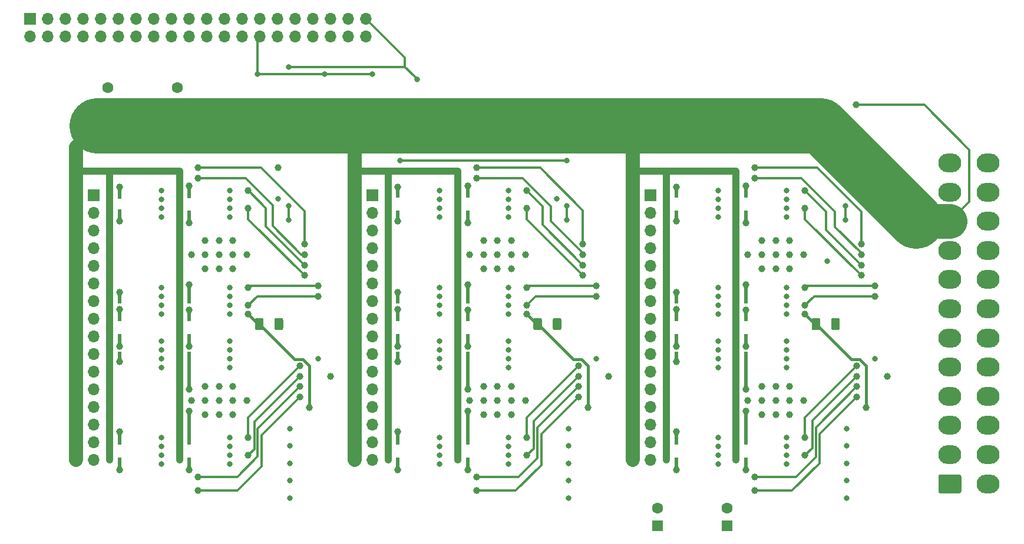
<source format=gbr>
%TF.GenerationSoftware,KiCad,Pcbnew,(5.1.6)-1*%
%TF.CreationDate,2020-07-03T16:53:40+09:00*%
%TF.ProjectId,PWM-PCA9685,50574d2d-5043-4413-9936-38352e6b6963,rev?*%
%TF.SameCoordinates,Original*%
%TF.FileFunction,Copper,L2,Bot*%
%TF.FilePolarity,Positive*%
%FSLAX46Y46*%
G04 Gerber Fmt 4.6, Leading zero omitted, Abs format (unit mm)*
G04 Created by KiCad (PCBNEW (5.1.6)-1) date 2020-07-03 16:53:40*
%MOMM*%
%LPD*%
G01*
G04 APERTURE LIST*
%TA.AperFunction,ComponentPad*%
%ADD10C,1.600000*%
%TD*%
%TA.AperFunction,ComponentPad*%
%ADD11R,1.600000X1.600000*%
%TD*%
%TA.AperFunction,ComponentPad*%
%ADD12O,1.700000X1.700000*%
%TD*%
%TA.AperFunction,ComponentPad*%
%ADD13R,1.700000X1.700000*%
%TD*%
%TA.AperFunction,SMDPad,CuDef*%
%ADD14R,0.600000X0.700000*%
%TD*%
%TA.AperFunction,ComponentPad*%
%ADD15O,3.300000X2.700000*%
%TD*%
%TA.AperFunction,ViaPad*%
%ADD16C,1.000000*%
%TD*%
%TA.AperFunction,ViaPad*%
%ADD17C,0.800000*%
%TD*%
%TA.AperFunction,Conductor*%
%ADD18C,0.400000*%
%TD*%
%TA.AperFunction,Conductor*%
%ADD19C,2.000000*%
%TD*%
%TA.AperFunction,Conductor*%
%ADD20C,1.000000*%
%TD*%
%TA.AperFunction,Conductor*%
%ADD21C,0.500000*%
%TD*%
%TA.AperFunction,Conductor*%
%ADD22C,8.000000*%
%TD*%
%TA.AperFunction,Conductor*%
%ADD23C,5.000000*%
%TD*%
%TA.AperFunction,Conductor*%
%ADD24C,0.300000*%
%TD*%
G04 APERTURE END LIST*
%TO.P,C7,2*%
%TO.N,GND*%
%TA.AperFunction,SMDPad,CuDef*%
G36*
G01*
X139950000Y-71625000D02*
X139950000Y-70375000D01*
G75*
G02*
X140200000Y-70125000I250000J0D01*
G01*
X140950000Y-70125000D01*
G75*
G02*
X141200000Y-70375000I0J-250000D01*
G01*
X141200000Y-71625000D01*
G75*
G02*
X140950000Y-71875000I-250000J0D01*
G01*
X140200000Y-71875000D01*
G75*
G02*
X139950000Y-71625000I0J250000D01*
G01*
G37*
%TD.AperFunction*%
%TO.P,C7,1*%
%TO.N,+5V*%
%TA.AperFunction,SMDPad,CuDef*%
G36*
G01*
X137150000Y-71625000D02*
X137150000Y-70375000D01*
G75*
G02*
X137400000Y-70125000I250000J0D01*
G01*
X138150000Y-70125000D01*
G75*
G02*
X138400000Y-70375000I0J-250000D01*
G01*
X138400000Y-71625000D01*
G75*
G02*
X138150000Y-71875000I-250000J0D01*
G01*
X137400000Y-71875000D01*
G75*
G02*
X137150000Y-71625000I0J250000D01*
G01*
G37*
%TD.AperFunction*%
%TD*%
%TO.P,C6,2*%
%TO.N,GND*%
%TA.AperFunction,SMDPad,CuDef*%
G36*
G01*
X99950000Y-71625000D02*
X99950000Y-70375000D01*
G75*
G02*
X100200000Y-70125000I250000J0D01*
G01*
X100950000Y-70125000D01*
G75*
G02*
X101200000Y-70375000I0J-250000D01*
G01*
X101200000Y-71625000D01*
G75*
G02*
X100950000Y-71875000I-250000J0D01*
G01*
X100200000Y-71875000D01*
G75*
G02*
X99950000Y-71625000I0J250000D01*
G01*
G37*
%TD.AperFunction*%
%TO.P,C6,1*%
%TO.N,+5V*%
%TA.AperFunction,SMDPad,CuDef*%
G36*
G01*
X97150000Y-71625000D02*
X97150000Y-70375000D01*
G75*
G02*
X97400000Y-70125000I250000J0D01*
G01*
X98150000Y-70125000D01*
G75*
G02*
X98400000Y-70375000I0J-250000D01*
G01*
X98400000Y-71625000D01*
G75*
G02*
X98150000Y-71875000I-250000J0D01*
G01*
X97400000Y-71875000D01*
G75*
G02*
X97150000Y-71625000I0J250000D01*
G01*
G37*
%TD.AperFunction*%
%TD*%
%TO.P,C5,2*%
%TO.N,GND*%
%TA.AperFunction,SMDPad,CuDef*%
G36*
G01*
X59950000Y-71625000D02*
X59950000Y-70375000D01*
G75*
G02*
X60200000Y-70125000I250000J0D01*
G01*
X60950000Y-70125000D01*
G75*
G02*
X61200000Y-70375000I0J-250000D01*
G01*
X61200000Y-71625000D01*
G75*
G02*
X60950000Y-71875000I-250000J0D01*
G01*
X60200000Y-71875000D01*
G75*
G02*
X59950000Y-71625000I0J250000D01*
G01*
G37*
%TD.AperFunction*%
%TO.P,C5,1*%
%TO.N,+5V*%
%TA.AperFunction,SMDPad,CuDef*%
G36*
G01*
X57150000Y-71625000D02*
X57150000Y-70375000D01*
G75*
G02*
X57400000Y-70125000I250000J0D01*
G01*
X58150000Y-70125000D01*
G75*
G02*
X58400000Y-70375000I0J-250000D01*
G01*
X58400000Y-71625000D01*
G75*
G02*
X58150000Y-71875000I-250000J0D01*
G01*
X57400000Y-71875000D01*
G75*
G02*
X57150000Y-71625000I0J250000D01*
G01*
G37*
%TD.AperFunction*%
%TD*%
D10*
%TO.P,C4,2*%
%TO.N,GND*%
X46000000Y-37000000D03*
D11*
%TO.P,C4,1*%
%TO.N,+12V*%
X46000000Y-39500000D03*
%TD*%
D10*
%TO.P,C3,2*%
%TO.N,GND*%
X36000000Y-37000000D03*
D11*
%TO.P,C3,1*%
%TO.N,+12V*%
X36000000Y-39500000D03*
%TD*%
D10*
%TO.P,C2,2*%
%TO.N,GND*%
X125000000Y-97500000D03*
D11*
%TO.P,C2,1*%
%TO.N,+5V*%
X125000000Y-100000000D03*
%TD*%
D10*
%TO.P,C1,2*%
%TO.N,GND*%
X115000000Y-97500000D03*
D11*
%TO.P,C1,1*%
%TO.N,+5V*%
X115000000Y-100000000D03*
%TD*%
D12*
%TO.P,J4,39*%
%TO.N,GND*%
X73130000Y-29620000D03*
%TO.P,J4,40*%
%TO.N,~OE*%
X73130000Y-27080000D03*
%TO.P,J4,37*%
%TO.N,Net-(J4-Pad37)*%
X70590000Y-29620000D03*
%TO.P,J4,38*%
%TO.N,Net-(J4-Pad38)*%
X70590000Y-27080000D03*
%TO.P,J4,35*%
%TO.N,Net-(J4-Pad35)*%
X68050000Y-29620000D03*
%TO.P,J4,36*%
%TO.N,Net-(J4-Pad36)*%
X68050000Y-27080000D03*
%TO.P,J4,33*%
%TO.N,Net-(J4-Pad33)*%
X65510000Y-29620000D03*
%TO.P,J4,34*%
%TO.N,GND*%
X65510000Y-27080000D03*
%TO.P,J4,31*%
%TO.N,Net-(J4-Pad31)*%
X62970000Y-29620000D03*
%TO.P,J4,32*%
%TO.N,Net-(J4-Pad32)*%
X62970000Y-27080000D03*
%TO.P,J4,29*%
%TO.N,Net-(J4-Pad29)*%
X60430000Y-29620000D03*
%TO.P,J4,30*%
%TO.N,GND*%
X60430000Y-27080000D03*
%TO.P,J4,27*%
%TO.N,SDA*%
X57890000Y-29620000D03*
%TO.P,J4,28*%
%TO.N,SCL*%
X57890000Y-27080000D03*
%TO.P,J4,25*%
%TO.N,GND*%
X55350000Y-29620000D03*
%TO.P,J4,26*%
%TO.N,Net-(J4-Pad26)*%
X55350000Y-27080000D03*
%TO.P,J4,23*%
%TO.N,Net-(J4-Pad23)*%
X52810000Y-29620000D03*
%TO.P,J4,24*%
%TO.N,Net-(J4-Pad24)*%
X52810000Y-27080000D03*
%TO.P,J4,21*%
%TO.N,Net-(J4-Pad21)*%
X50270000Y-29620000D03*
%TO.P,J4,22*%
%TO.N,Net-(J4-Pad22)*%
X50270000Y-27080000D03*
%TO.P,J4,19*%
%TO.N,Net-(J4-Pad19)*%
X47730000Y-29620000D03*
%TO.P,J4,20*%
%TO.N,GND*%
X47730000Y-27080000D03*
%TO.P,J4,17*%
%TO.N,Net-(J4-Pad17)*%
X45190000Y-29620000D03*
%TO.P,J4,18*%
%TO.N,Net-(J4-Pad18)*%
X45190000Y-27080000D03*
%TO.P,J4,15*%
%TO.N,Net-(J4-Pad15)*%
X42650000Y-29620000D03*
%TO.P,J4,16*%
%TO.N,Net-(J4-Pad16)*%
X42650000Y-27080000D03*
%TO.P,J4,13*%
%TO.N,Net-(J4-Pad13)*%
X40110000Y-29620000D03*
%TO.P,J4,14*%
%TO.N,GND*%
X40110000Y-27080000D03*
%TO.P,J4,11*%
%TO.N,Net-(J4-Pad11)*%
X37570000Y-29620000D03*
%TO.P,J4,12*%
%TO.N,Net-(J4-Pad12)*%
X37570000Y-27080000D03*
%TO.P,J4,9*%
%TO.N,GND*%
X35030000Y-29620000D03*
%TO.P,J4,10*%
%TO.N,Net-(J4-Pad10)*%
X35030000Y-27080000D03*
%TO.P,J4,7*%
%TO.N,Net-(J4-Pad7)*%
X32490000Y-29620000D03*
%TO.P,J4,8*%
%TO.N,Net-(J4-Pad8)*%
X32490000Y-27080000D03*
%TO.P,J4,5*%
%TO.N,Net-(J4-Pad5)*%
X29950000Y-29620000D03*
%TO.P,J4,6*%
%TO.N,GND*%
X29950000Y-27080000D03*
%TO.P,J4,3*%
%TO.N,Net-(J4-Pad3)*%
X27410000Y-29620000D03*
%TO.P,J4,4*%
%TO.N,Net-(J4-Pad4)*%
X27410000Y-27080000D03*
%TO.P,J4,1*%
%TO.N,Net-(J4-Pad1)*%
X24870000Y-29620000D03*
D13*
%TO.P,J4,2*%
%TO.N,Net-(J4-Pad2)*%
X24870000Y-27080000D03*
%TD*%
D12*
%TO.P,J1,17*%
%TO.N,+12V*%
X31460000Y-90550000D03*
%TO.P,J1,1*%
%TO.N,/D0*%
X34000000Y-90550000D03*
%TO.P,J1,18*%
%TO.N,+12V*%
X31460000Y-88010000D03*
%TO.P,J1,2*%
%TO.N,/D1*%
X34000000Y-88010000D03*
%TO.P,J1,19*%
%TO.N,+12V*%
X31460000Y-85470000D03*
%TO.P,J1,3*%
%TO.N,/D2*%
X34000000Y-85470000D03*
%TO.P,J1,20*%
%TO.N,+12V*%
X31460000Y-82930000D03*
%TO.P,J1,4*%
%TO.N,/D3*%
X34000000Y-82930000D03*
%TO.P,J1,21*%
%TO.N,+12V*%
X31460000Y-80390000D03*
%TO.P,J1,5*%
%TO.N,/D4*%
X34000000Y-80390000D03*
%TO.P,J1,22*%
%TO.N,+12V*%
X31460000Y-77850000D03*
%TO.P,J1,6*%
%TO.N,/D5*%
X34000000Y-77850000D03*
%TO.P,J1,23*%
%TO.N,+12V*%
X31460000Y-75310000D03*
%TO.P,J1,7*%
%TO.N,/D6*%
X34000000Y-75310000D03*
%TO.P,J1,24*%
%TO.N,+12V*%
X31460000Y-72770000D03*
%TO.P,J1,8*%
%TO.N,/D7*%
X34000000Y-72770000D03*
%TO.P,J1,25*%
%TO.N,+12V*%
X31460000Y-70230000D03*
%TO.P,J1,9*%
%TO.N,/D8*%
X34000000Y-70230000D03*
%TO.P,J1,26*%
%TO.N,+12V*%
X31460000Y-67690000D03*
%TO.P,J1,10*%
%TO.N,/D9*%
X34000000Y-67690000D03*
%TO.P,J1,27*%
%TO.N,+12V*%
X31460000Y-65150000D03*
%TO.P,J1,11*%
%TO.N,/D10*%
X34000000Y-65150000D03*
%TO.P,J1,28*%
%TO.N,+12V*%
X31460000Y-62610000D03*
%TO.P,J1,12*%
%TO.N,/D11*%
X34000000Y-62610000D03*
%TO.P,J1,29*%
%TO.N,+12V*%
X31460000Y-60070000D03*
%TO.P,J1,13*%
%TO.N,/D12*%
X34000000Y-60070000D03*
%TO.P,J1,30*%
%TO.N,+12V*%
X31460000Y-57530000D03*
%TO.P,J1,14*%
%TO.N,/D13*%
X34000000Y-57530000D03*
%TO.P,J1,31*%
%TO.N,+12V*%
X31460000Y-54990000D03*
%TO.P,J1,15*%
%TO.N,/D14*%
X34000000Y-54990000D03*
%TO.P,J1,32*%
%TO.N,+12V*%
X31460000Y-52450000D03*
D13*
%TO.P,J1,16*%
%TO.N,/D15*%
X34000000Y-52450000D03*
%TD*%
D12*
%TO.P,J2,17*%
%TO.N,+12V*%
X71460000Y-90550000D03*
%TO.P,J2,1*%
%TO.N,/D16*%
X74000000Y-90550000D03*
%TO.P,J2,18*%
%TO.N,+12V*%
X71460000Y-88010000D03*
%TO.P,J2,2*%
%TO.N,/D17*%
X74000000Y-88010000D03*
%TO.P,J2,19*%
%TO.N,+12V*%
X71460000Y-85470000D03*
%TO.P,J2,3*%
%TO.N,/D18*%
X74000000Y-85470000D03*
%TO.P,J2,20*%
%TO.N,+12V*%
X71460000Y-82930000D03*
%TO.P,J2,4*%
%TO.N,/D19*%
X74000000Y-82930000D03*
%TO.P,J2,21*%
%TO.N,+12V*%
X71460000Y-80390000D03*
%TO.P,J2,5*%
%TO.N,/D20*%
X74000000Y-80390000D03*
%TO.P,J2,22*%
%TO.N,+12V*%
X71460000Y-77850000D03*
%TO.P,J2,6*%
%TO.N,/D21*%
X74000000Y-77850000D03*
%TO.P,J2,23*%
%TO.N,+12V*%
X71460000Y-75310000D03*
%TO.P,J2,7*%
%TO.N,/D22*%
X74000000Y-75310000D03*
%TO.P,J2,24*%
%TO.N,+12V*%
X71460000Y-72770000D03*
%TO.P,J2,8*%
%TO.N,/D23*%
X74000000Y-72770000D03*
%TO.P,J2,25*%
%TO.N,+12V*%
X71460000Y-70230000D03*
%TO.P,J2,9*%
%TO.N,/D24*%
X74000000Y-70230000D03*
%TO.P,J2,26*%
%TO.N,+12V*%
X71460000Y-67690000D03*
%TO.P,J2,10*%
%TO.N,/D25*%
X74000000Y-67690000D03*
%TO.P,J2,27*%
%TO.N,+12V*%
X71460000Y-65150000D03*
%TO.P,J2,11*%
%TO.N,/D26*%
X74000000Y-65150000D03*
%TO.P,J2,28*%
%TO.N,+12V*%
X71460000Y-62610000D03*
%TO.P,J2,12*%
%TO.N,/D27*%
X74000000Y-62610000D03*
%TO.P,J2,29*%
%TO.N,+12V*%
X71460000Y-60070000D03*
%TO.P,J2,13*%
%TO.N,/D28*%
X74000000Y-60070000D03*
%TO.P,J2,30*%
%TO.N,+12V*%
X71460000Y-57530000D03*
%TO.P,J2,14*%
%TO.N,/D29*%
X74000000Y-57530000D03*
%TO.P,J2,31*%
%TO.N,+12V*%
X71460000Y-54990000D03*
%TO.P,J2,15*%
%TO.N,/D30*%
X74000000Y-54990000D03*
%TO.P,J2,32*%
%TO.N,+12V*%
X71460000Y-52450000D03*
D13*
%TO.P,J2,16*%
%TO.N,/D31*%
X74000000Y-52450000D03*
%TD*%
D12*
%TO.P,J3,17*%
%TO.N,+12V*%
X111460000Y-90550000D03*
%TO.P,J3,1*%
%TO.N,/D32*%
X114000000Y-90550000D03*
%TO.P,J3,18*%
%TO.N,+12V*%
X111460000Y-88010000D03*
%TO.P,J3,2*%
%TO.N,/D33*%
X114000000Y-88010000D03*
%TO.P,J3,19*%
%TO.N,+12V*%
X111460000Y-85470000D03*
%TO.P,J3,3*%
%TO.N,/D34*%
X114000000Y-85470000D03*
%TO.P,J3,20*%
%TO.N,+12V*%
X111460000Y-82930000D03*
%TO.P,J3,4*%
%TO.N,/D35*%
X114000000Y-82930000D03*
%TO.P,J3,21*%
%TO.N,+12V*%
X111460000Y-80390000D03*
%TO.P,J3,5*%
%TO.N,/D36*%
X114000000Y-80390000D03*
%TO.P,J3,22*%
%TO.N,+12V*%
X111460000Y-77850000D03*
%TO.P,J3,6*%
%TO.N,/D37*%
X114000000Y-77850000D03*
%TO.P,J3,23*%
%TO.N,+12V*%
X111460000Y-75310000D03*
%TO.P,J3,7*%
%TO.N,/D38*%
X114000000Y-75310000D03*
%TO.P,J3,24*%
%TO.N,+12V*%
X111460000Y-72770000D03*
%TO.P,J3,8*%
%TO.N,/D39*%
X114000000Y-72770000D03*
%TO.P,J3,25*%
%TO.N,+12V*%
X111460000Y-70230000D03*
%TO.P,J3,9*%
%TO.N,/D40*%
X114000000Y-70230000D03*
%TO.P,J3,26*%
%TO.N,+12V*%
X111460000Y-67690000D03*
%TO.P,J3,10*%
%TO.N,/D41*%
X114000000Y-67690000D03*
%TO.P,J3,27*%
%TO.N,+12V*%
X111460000Y-65150000D03*
%TO.P,J3,11*%
%TO.N,/D42*%
X114000000Y-65150000D03*
%TO.P,J3,28*%
%TO.N,+12V*%
X111460000Y-62610000D03*
%TO.P,J3,12*%
%TO.N,/D43*%
X114000000Y-62610000D03*
%TO.P,J3,29*%
%TO.N,+12V*%
X111460000Y-60070000D03*
%TO.P,J3,13*%
%TO.N,/D44*%
X114000000Y-60070000D03*
%TO.P,J3,30*%
%TO.N,+12V*%
X111460000Y-57530000D03*
%TO.P,J3,14*%
%TO.N,/D45*%
X114000000Y-57530000D03*
%TO.P,J3,31*%
%TO.N,+12V*%
X111460000Y-54990000D03*
%TO.P,J3,15*%
%TO.N,/D46*%
X114000000Y-54990000D03*
%TO.P,J3,32*%
%TO.N,+12V*%
X111460000Y-52450000D03*
D13*
%TO.P,J3,16*%
%TO.N,/D47*%
X114000000Y-52450000D03*
%TD*%
D14*
%TO.P,D38,1*%
%TO.N,+12V*%
X126300000Y-72770000D03*
%TO.P,D38,2*%
%TO.N,/D37*%
X127700000Y-72770000D03*
%TD*%
D15*
%TO.P,J5,24*%
%TO.N,GND*%
X162500000Y-47800000D03*
%TO.P,J5,23*%
%TO.N,Net-(J5-Pad23)*%
X162500000Y-52000000D03*
%TO.P,J5,22*%
%TO.N,Net-(J5-Pad22)*%
X162500000Y-56200000D03*
%TO.P,J5,21*%
%TO.N,Net-(J5-Pad21)*%
X162500000Y-60400000D03*
%TO.P,J5,20*%
%TO.N,Net-(J5-Pad20)*%
X162500000Y-64600000D03*
%TO.P,J5,19*%
%TO.N,GND*%
X162500000Y-68800000D03*
%TO.P,J5,18*%
X162500000Y-73000000D03*
%TO.P,J5,17*%
X162500000Y-77200000D03*
%TO.P,J5,16*%
%TO.N,Net-(J5-Pad16)*%
X162500000Y-81400000D03*
%TO.P,J5,15*%
%TO.N,GND*%
X162500000Y-85600000D03*
%TO.P,J5,14*%
%TO.N,Net-(J5-Pad14)*%
X162500000Y-89800000D03*
%TO.P,J5,13*%
%TO.N,Net-(J5-Pad13)*%
X162500000Y-94000000D03*
%TO.P,J5,12*%
%TO.N,Net-(J5-Pad12)*%
X157000000Y-47800000D03*
%TO.P,J5,11*%
%TO.N,Net-(J5-Pad11)*%
X157000000Y-52000000D03*
%TO.P,J5,10*%
%TO.N,+12V*%
X157000000Y-56200000D03*
%TO.P,J5,9*%
%TO.N,Net-(J5-Pad9)*%
X157000000Y-60400000D03*
%TO.P,J5,8*%
%TO.N,Net-(J5-Pad8)*%
X157000000Y-64600000D03*
%TO.P,J5,7*%
%TO.N,Net-(J5-Pad7)*%
X157000000Y-68800000D03*
%TO.P,J5,6*%
%TO.N,Net-(J5-Pad6)*%
X157000000Y-73000000D03*
%TO.P,J5,5*%
%TO.N,GND*%
X157000000Y-77200000D03*
%TO.P,J5,4*%
%TO.N,+5V*%
X157000000Y-81400000D03*
%TO.P,J5,3*%
%TO.N,GND*%
X157000000Y-85600000D03*
%TO.P,J5,2*%
%TO.N,Net-(J5-Pad2)*%
X157000000Y-89800000D03*
%TO.P,J5,1*%
%TO.N,Net-(J5-Pad1)*%
%TA.AperFunction,ComponentPad*%
G36*
G01*
X158399999Y-95350000D02*
X155600001Y-95350000D01*
G75*
G02*
X155350000Y-95099999I0J250001D01*
G01*
X155350000Y-92900001D01*
G75*
G02*
X155600001Y-92650000I250001J0D01*
G01*
X158399999Y-92650000D01*
G75*
G02*
X158650000Y-92900001I0J-250001D01*
G01*
X158650000Y-95099999D01*
G75*
G02*
X158399999Y-95350000I-250001J0D01*
G01*
G37*
%TD.AperFunction*%
%TD*%
D14*
%TO.P,D48,1*%
%TO.N,+12V*%
X116300000Y-52450000D03*
%TO.P,D48,2*%
%TO.N,/D47*%
X117700000Y-52450000D03*
%TD*%
%TO.P,D47,1*%
%TO.N,+12V*%
X116300000Y-54990000D03*
%TO.P,D47,2*%
%TO.N,/D46*%
X117700000Y-54990000D03*
%TD*%
%TO.P,D46,1*%
%TO.N,+12V*%
X126300000Y-52450000D03*
%TO.P,D46,2*%
%TO.N,/D45*%
X127700000Y-52450000D03*
%TD*%
%TO.P,D45,1*%
%TO.N,+12V*%
X126300000Y-54990000D03*
%TO.P,D45,2*%
%TO.N,/D44*%
X127700000Y-54990000D03*
%TD*%
%TO.P,D44,1*%
%TO.N,+12V*%
X126300000Y-67690000D03*
%TO.P,D44,2*%
%TO.N,/D43*%
X127700000Y-67690000D03*
%TD*%
%TO.P,D43,1*%
%TO.N,+12V*%
X126300000Y-70230000D03*
%TO.P,D43,2*%
%TO.N,/D42*%
X127700000Y-70230000D03*
%TD*%
%TO.P,D42,1*%
%TO.N,+12V*%
X116300000Y-67690000D03*
%TO.P,D42,2*%
%TO.N,/D41*%
X117700000Y-67690000D03*
%TD*%
%TO.P,D41,1*%
%TO.N,+12V*%
X116300000Y-70230000D03*
%TO.P,D41,2*%
%TO.N,/D40*%
X117700000Y-70230000D03*
%TD*%
%TO.P,D40,1*%
%TO.N,+12V*%
X116300000Y-72770000D03*
%TO.P,D40,2*%
%TO.N,/D39*%
X117700000Y-72770000D03*
%TD*%
%TO.P,D39,1*%
%TO.N,+12V*%
X116300000Y-75310000D03*
%TO.P,D39,2*%
%TO.N,/D38*%
X117700000Y-75310000D03*
%TD*%
%TO.P,D37,1*%
%TO.N,+12V*%
X126300000Y-75310000D03*
%TO.P,D37,2*%
%TO.N,/D36*%
X127700000Y-75310000D03*
%TD*%
%TO.P,D36,1*%
%TO.N,+12V*%
X126300000Y-88010000D03*
%TO.P,D36,2*%
%TO.N,/D35*%
X127700000Y-88010000D03*
%TD*%
%TO.P,D35,1*%
%TO.N,+12V*%
X126300000Y-90550000D03*
%TO.P,D35,2*%
%TO.N,/D34*%
X127700000Y-90550000D03*
%TD*%
%TO.P,D34,1*%
%TO.N,+12V*%
X116300000Y-88010000D03*
%TO.P,D34,2*%
%TO.N,/D33*%
X117700000Y-88010000D03*
%TD*%
%TO.P,D33,1*%
%TO.N,+12V*%
X116300000Y-90550000D03*
%TO.P,D33,2*%
%TO.N,/D32*%
X117700000Y-90550000D03*
%TD*%
%TO.P,D32,1*%
%TO.N,+12V*%
X76300000Y-52450000D03*
%TO.P,D32,2*%
%TO.N,/D31*%
X77700000Y-52450000D03*
%TD*%
%TO.P,D31,1*%
%TO.N,+12V*%
X76300000Y-54990000D03*
%TO.P,D31,2*%
%TO.N,/D30*%
X77700000Y-54990000D03*
%TD*%
%TO.P,D30,1*%
%TO.N,+12V*%
X86300000Y-52450000D03*
%TO.P,D30,2*%
%TO.N,/D29*%
X87700000Y-52450000D03*
%TD*%
%TO.P,D29,1*%
%TO.N,+12V*%
X86300000Y-54990000D03*
%TO.P,D29,2*%
%TO.N,/D28*%
X87700000Y-54990000D03*
%TD*%
%TO.P,D28,1*%
%TO.N,+12V*%
X86300000Y-67690000D03*
%TO.P,D28,2*%
%TO.N,/D27*%
X87700000Y-67690000D03*
%TD*%
%TO.P,D27,1*%
%TO.N,+12V*%
X86300000Y-70230000D03*
%TO.P,D27,2*%
%TO.N,/D26*%
X87700000Y-70230000D03*
%TD*%
%TO.P,D26,1*%
%TO.N,+12V*%
X76300000Y-67690000D03*
%TO.P,D26,2*%
%TO.N,/D25*%
X77700000Y-67690000D03*
%TD*%
%TO.P,D25,1*%
%TO.N,+12V*%
X76300000Y-70230000D03*
%TO.P,D25,2*%
%TO.N,/D24*%
X77700000Y-70230000D03*
%TD*%
%TO.P,D24,1*%
%TO.N,+12V*%
X76300000Y-72770000D03*
%TO.P,D24,2*%
%TO.N,/D23*%
X77700000Y-72770000D03*
%TD*%
%TO.P,D23,1*%
%TO.N,+12V*%
X76300000Y-75310000D03*
%TO.P,D23,2*%
%TO.N,/D22*%
X77700000Y-75310000D03*
%TD*%
%TO.P,D22,1*%
%TO.N,+12V*%
X86300000Y-72770000D03*
%TO.P,D22,2*%
%TO.N,/D21*%
X87700000Y-72770000D03*
%TD*%
%TO.P,D21,1*%
%TO.N,+12V*%
X86300000Y-75310000D03*
%TO.P,D21,2*%
%TO.N,/D20*%
X87700000Y-75310000D03*
%TD*%
%TO.P,D20,1*%
%TO.N,+12V*%
X86300000Y-88010000D03*
%TO.P,D20,2*%
%TO.N,/D19*%
X87700000Y-88010000D03*
%TD*%
%TO.P,D19,1*%
%TO.N,+12V*%
X86300000Y-90550000D03*
%TO.P,D19,2*%
%TO.N,/D18*%
X87700000Y-90550000D03*
%TD*%
%TO.P,D18,1*%
%TO.N,+12V*%
X76300000Y-88010000D03*
%TO.P,D18,2*%
%TO.N,/D17*%
X77700000Y-88010000D03*
%TD*%
%TO.P,D17,1*%
%TO.N,+12V*%
X76300000Y-90550000D03*
%TO.P,D17,2*%
%TO.N,/D16*%
X77700000Y-90550000D03*
%TD*%
%TO.P,D16,1*%
%TO.N,+12V*%
X36300000Y-52590000D03*
%TO.P,D16,2*%
%TO.N,/D15*%
X37700000Y-52590000D03*
%TD*%
%TO.P,D15,1*%
%TO.N,+12V*%
X36300000Y-54850000D03*
%TO.P,D15,2*%
%TO.N,/D14*%
X37700000Y-54850000D03*
%TD*%
%TO.P,D14,1*%
%TO.N,+12V*%
X46300000Y-52500000D03*
%TO.P,D14,2*%
%TO.N,/D13*%
X47700000Y-52500000D03*
%TD*%
%TO.P,D13,1*%
%TO.N,+12V*%
X46300000Y-54980000D03*
%TO.P,D13,2*%
%TO.N,/D12*%
X47700000Y-54980000D03*
%TD*%
%TO.P,D12,1*%
%TO.N,+12V*%
X46300000Y-67690000D03*
%TO.P,D12,2*%
%TO.N,/D11*%
X47700000Y-67690000D03*
%TD*%
%TO.P,D11,1*%
%TO.N,+12V*%
X46300000Y-70230000D03*
%TO.P,D11,2*%
%TO.N,/D10*%
X47700000Y-70230000D03*
%TD*%
%TO.P,D10,1*%
%TO.N,+12V*%
X36300000Y-67690000D03*
%TO.P,D10,2*%
%TO.N,/D9*%
X37700000Y-67690000D03*
%TD*%
%TO.P,D9,1*%
%TO.N,+12V*%
X36300000Y-70230000D03*
%TO.P,D9,2*%
%TO.N,/D8*%
X37700000Y-70230000D03*
%TD*%
%TO.P,D8,1*%
%TO.N,+12V*%
X36300000Y-72770000D03*
%TO.P,D8,2*%
%TO.N,/D7*%
X37700000Y-72770000D03*
%TD*%
%TO.P,D7,1*%
%TO.N,+12V*%
X36300000Y-75310000D03*
%TO.P,D7,2*%
%TO.N,/D6*%
X37700000Y-75310000D03*
%TD*%
%TO.P,D6,1*%
%TO.N,+12V*%
X46300000Y-72770000D03*
%TO.P,D6,2*%
%TO.N,/D5*%
X47700000Y-72770000D03*
%TD*%
%TO.P,D5,1*%
%TO.N,+12V*%
X46300000Y-75310000D03*
%TO.P,D5,2*%
%TO.N,/D4*%
X47700000Y-75310000D03*
%TD*%
%TO.P,D4,1*%
%TO.N,+12V*%
X46300000Y-88010000D03*
%TO.P,D4,2*%
%TO.N,/D3*%
X47700000Y-88010000D03*
%TD*%
%TO.P,D3,1*%
%TO.N,+12V*%
X46300000Y-90550000D03*
%TO.P,D3,2*%
%TO.N,/D2*%
X47700000Y-90550000D03*
%TD*%
%TO.P,D2,1*%
%TO.N,+12V*%
X36300000Y-88010000D03*
%TO.P,D2,2*%
%TO.N,/D1*%
X37700000Y-88010000D03*
%TD*%
%TO.P,D1,1*%
%TO.N,+12V*%
X36300000Y-90550000D03*
%TO.P,D1,2*%
%TO.N,/D0*%
X37700000Y-90550000D03*
%TD*%
D16*
%TO.N,GND*%
X50000000Y-82000000D03*
X50000000Y-61000000D03*
X52000000Y-61000000D03*
X54000000Y-61000000D03*
X56000000Y-61000000D03*
D17*
%TO.N,~OE*%
X78000000Y-47500000D03*
%TO.N,GND*%
X60500000Y-53000000D03*
X66225000Y-76000000D03*
X43700000Y-65775000D03*
X43700000Y-67045000D03*
X43700000Y-68315000D03*
X43700000Y-69585000D03*
X53550000Y-69585000D03*
X53550000Y-68315000D03*
X53550000Y-67045000D03*
X53550000Y-65775000D03*
X43700000Y-87375000D03*
X43700000Y-89915000D03*
X53550000Y-89915000D03*
X53550000Y-87375000D03*
X43700000Y-75955000D03*
X43700000Y-73415000D03*
X53550000Y-73415000D03*
X53550000Y-75955000D03*
X43700000Y-74685000D03*
X43700000Y-77225000D03*
X43700000Y-88645000D03*
X43700000Y-91185000D03*
X53550000Y-91185000D03*
X53550000Y-88645000D03*
X53550000Y-77225000D03*
X53550000Y-74685000D03*
X43700000Y-55625000D03*
X43700000Y-54355000D03*
X43700000Y-53085000D03*
X43700000Y-51815000D03*
X53550000Y-51815000D03*
X53550000Y-53085000D03*
X53550000Y-54355000D03*
X53550000Y-55625000D03*
X83700000Y-91185000D03*
X83700000Y-89915000D03*
X83700000Y-88645000D03*
X83700000Y-87375000D03*
X83700000Y-77225000D03*
X83700000Y-75955000D03*
X83700000Y-74685000D03*
X83700000Y-73415000D03*
X83700000Y-69585000D03*
X83700000Y-68315000D03*
X83700000Y-67045000D03*
X83700000Y-65775000D03*
X83700000Y-55625000D03*
X83700000Y-54355000D03*
X83700000Y-53085000D03*
X83700000Y-51815000D03*
X93550000Y-91185000D03*
X93550000Y-89915000D03*
X93550000Y-88645000D03*
X93550000Y-87375000D03*
X133550000Y-77225000D03*
X93550000Y-75955000D03*
X93550000Y-74685000D03*
X93550000Y-73415000D03*
X93550000Y-69585000D03*
X93550000Y-68315000D03*
X93550000Y-67045000D03*
X93550000Y-65775000D03*
X93550000Y-55625000D03*
X93550000Y-54355000D03*
X93550000Y-53085000D03*
X93550000Y-51815000D03*
X123700000Y-51815000D03*
X123700000Y-53085000D03*
X123700000Y-54355000D03*
X123700000Y-55625000D03*
X123700000Y-65775000D03*
X123700000Y-67045000D03*
X123700000Y-68315000D03*
X123700000Y-69585000D03*
X123700000Y-73415000D03*
X123700000Y-74685000D03*
X123700000Y-75955000D03*
X123700000Y-77225000D03*
X123700000Y-87375000D03*
X123700000Y-88645000D03*
X123700000Y-89915000D03*
X123700000Y-91185000D03*
X133550000Y-51815000D03*
X133550000Y-53085000D03*
X133550000Y-54355000D03*
X133550000Y-55625000D03*
X133550000Y-65775000D03*
X133550000Y-67045000D03*
X133550000Y-68315000D03*
X133550000Y-69585000D03*
X133550000Y-73415000D03*
X133550000Y-74685000D03*
X133550000Y-75955000D03*
X93550000Y-77225000D03*
X133550000Y-87375000D03*
X133550000Y-88645000D03*
X133550000Y-89915000D03*
X133550000Y-91185000D03*
X142187500Y-86050000D03*
X142187500Y-88550000D03*
X142187500Y-91050000D03*
X142187500Y-93550000D03*
X142187500Y-96050000D03*
X102187500Y-86050000D03*
X102187500Y-88550000D03*
X102187500Y-91050000D03*
X102187500Y-93550000D03*
X102187500Y-96050000D03*
X62187500Y-86050000D03*
X62187500Y-88550000D03*
X62187500Y-91050000D03*
X62187500Y-93550000D03*
X62187500Y-96050000D03*
X106225000Y-76000000D03*
X146225000Y-76000000D03*
X100500000Y-53000000D03*
X139390000Y-61900000D03*
D16*
X48000000Y-61000000D03*
X48000000Y-82000000D03*
X52000000Y-82000000D03*
X54000000Y-82000000D03*
X56000000Y-82000000D03*
X88000000Y-61000000D03*
X90000000Y-61000000D03*
X92000000Y-61000000D03*
X94000000Y-61000000D03*
X96000000Y-61000000D03*
X88000000Y-82000000D03*
X90000000Y-82000000D03*
X92000000Y-82000000D03*
X94000000Y-82000000D03*
X96000000Y-82000000D03*
X128000000Y-61000000D03*
X130000000Y-61000000D03*
X132000000Y-61000000D03*
X134000000Y-61000000D03*
X136000000Y-61000000D03*
X128000000Y-82000000D03*
X130000000Y-82000000D03*
X132000000Y-82000000D03*
X134000000Y-82000000D03*
X136000000Y-82000000D03*
X52000000Y-59000000D03*
X52000000Y-63000000D03*
X52000000Y-80000000D03*
X52000000Y-84000000D03*
X92000000Y-80000000D03*
X92000000Y-84000000D03*
X92000000Y-59000000D03*
X92000000Y-63000000D03*
X132000000Y-59000000D03*
X132000000Y-63000000D03*
X132000000Y-80000000D03*
X132000000Y-84000000D03*
X130000000Y-59000000D03*
X134000000Y-59000000D03*
X134000000Y-63000000D03*
X130000000Y-63000000D03*
X130000000Y-80000000D03*
X134000000Y-80000000D03*
X134000000Y-84000000D03*
X130000000Y-84000000D03*
X90000000Y-80000000D03*
X90000000Y-84000000D03*
X94000000Y-80000000D03*
X94000000Y-84000000D03*
X94000000Y-59000000D03*
X90000000Y-59000000D03*
X90000000Y-63000000D03*
X94000000Y-63000000D03*
X54000000Y-59000000D03*
X50000000Y-59000000D03*
X50000000Y-63000000D03*
X54000000Y-63000000D03*
X50000000Y-80000000D03*
X54000000Y-80000000D03*
X54000000Y-84000000D03*
X50000000Y-84000000D03*
X60500000Y-48500000D03*
%TO.N,+5V*%
X65000000Y-83000000D03*
X56200000Y-69585000D03*
X96200000Y-69585000D03*
X136200000Y-69585000D03*
X105000000Y-83000000D03*
X145000000Y-83000000D03*
%TO.N,+12V*%
X143510000Y-39450000D03*
%TO.N,/D0*%
X37700000Y-92000000D03*
%TO.N,/D1*%
X37700000Y-86500000D03*
%TO.N,/D2*%
X47700000Y-92000000D03*
%TO.N,/D3*%
X47700000Y-83517500D03*
%TO.N,/D4*%
X47700000Y-80390000D03*
%TO.N,/D5*%
X47700000Y-74205000D03*
%TO.N,/D6*%
X37700000Y-76435000D03*
%TO.N,/D7*%
X37700000Y-74205000D03*
%TO.N,/D8*%
X37700000Y-68900000D03*
%TO.N,/D9*%
X37700000Y-66400000D03*
%TO.N,/D10*%
X47700000Y-69000000D03*
%TO.N,/D11*%
X47700000Y-65340978D03*
%TO.N,/D12*%
X47700000Y-56460000D03*
%TO.N,/D13*%
X47700000Y-51120000D03*
%TO.N,/D14*%
X37700000Y-56170000D03*
%TO.N,/D15*%
X37700000Y-51310000D03*
%TO.N,/D16*%
X77700000Y-92000000D03*
%TO.N,/D17*%
X77700000Y-86500000D03*
%TO.N,/D18*%
X87700000Y-92000000D03*
%TO.N,/D19*%
X87700000Y-83517500D03*
%TO.N,/D20*%
X87700000Y-80390000D03*
%TO.N,/D21*%
X87700000Y-74205000D03*
%TO.N,/D22*%
X77700000Y-76435000D03*
%TO.N,/D23*%
X77700000Y-74205000D03*
%TO.N,/D24*%
X77700000Y-68900000D03*
%TO.N,/D25*%
X77700000Y-66400000D03*
%TO.N,/D26*%
X87700000Y-69000000D03*
%TO.N,/D27*%
X87700000Y-65340978D03*
%TO.N,/D28*%
X87700000Y-56460000D03*
%TO.N,/D29*%
X87700000Y-51120000D03*
%TO.N,/D30*%
X77700000Y-56170000D03*
%TO.N,/D31*%
X77700000Y-51310000D03*
%TO.N,/D32*%
X117700000Y-92000000D03*
%TO.N,/D33*%
X117700000Y-86500000D03*
%TO.N,/D34*%
X127700000Y-92000000D03*
%TO.N,/D35*%
X127700000Y-83517500D03*
%TO.N,/D36*%
X127700000Y-80390000D03*
%TO.N,/D37*%
X127700000Y-74205000D03*
%TO.N,/D38*%
X117700000Y-76435000D03*
%TO.N,/D39*%
X117700000Y-74205000D03*
%TO.N,/D40*%
X117700000Y-68900000D03*
%TO.N,/D41*%
X117700000Y-66400000D03*
%TO.N,/D42*%
X127700000Y-69000000D03*
%TO.N,/D43*%
X127700000Y-65340978D03*
%TO.N,/D44*%
X127700000Y-56460000D03*
%TO.N,/D45*%
X127700000Y-51120000D03*
%TO.N,/D46*%
X117700000Y-56170000D03*
%TO.N,/D47*%
X117700000Y-51310000D03*
D17*
%TO.N,SDA*%
X57500000Y-35000000D03*
X74040000Y-35000000D03*
X67140000Y-35000000D03*
D16*
%TO.N,/A15*%
X68000000Y-78500000D03*
%TO.N,/A25*%
X108000000Y-78500000D03*
%TO.N,/A35*%
X148000000Y-78500000D03*
%TO.N,PWM1*%
X49000000Y-93000000D03*
X63625000Y-80000000D03*
%TO.N,PWM0*%
X49000000Y-95000000D03*
X63625000Y-81500000D03*
%TO.N,PWM3*%
X56200000Y-87375000D03*
X63625000Y-77000000D03*
%TO.N,PWM2*%
X56200000Y-89915000D03*
X63625000Y-78500000D03*
%TO.N,PWM11*%
X66225000Y-65500000D03*
X56200000Y-65775000D03*
%TO.N,PWM10*%
X66225000Y-67000000D03*
X56200000Y-68315000D03*
%TO.N,PWM13*%
X64275000Y-62500000D03*
X56200000Y-51815000D03*
%TO.N,PWM12*%
X64275000Y-64000000D03*
X56200000Y-54355000D03*
%TO.N,PWM15*%
X49000000Y-48500000D03*
X64275000Y-59500000D03*
%TO.N,PWM14*%
X49000000Y-50000000D03*
X64275000Y-61000000D03*
%TO.N,PWM17*%
X103625000Y-80000000D03*
X89000000Y-93000000D03*
%TO.N,PWM16*%
X103625000Y-81500000D03*
X89000000Y-95000000D03*
%TO.N,PWM19*%
X103625000Y-77000000D03*
X96200000Y-87375000D03*
%TO.N,PWM18*%
X103625000Y-78500000D03*
X96200000Y-89915000D03*
%TO.N,PWM27*%
X106225000Y-65500000D03*
X96200000Y-65775000D03*
%TO.N,PWM26*%
X106225000Y-67000000D03*
X96200000Y-68315000D03*
%TO.N,PWM29*%
X96200000Y-51815000D03*
X104275000Y-62500000D03*
%TO.N,PWM28*%
X96200000Y-54355000D03*
X104275000Y-64000000D03*
%TO.N,PWM31*%
X89000000Y-48500000D03*
X104275000Y-59500000D03*
%TO.N,PWM30*%
X104275000Y-61000000D03*
X89000000Y-50000000D03*
%TO.N,PWM33*%
X143625000Y-80000000D03*
X129000000Y-93000000D03*
%TO.N,PWM32*%
X129000000Y-95000000D03*
X143625000Y-81500000D03*
%TO.N,PWM35*%
X136200000Y-87375000D03*
X143625000Y-77000000D03*
%TO.N,PWM34*%
X143625000Y-78500000D03*
X136200000Y-89915000D03*
%TO.N,PWM43*%
X146225000Y-65500000D03*
X136200000Y-65775000D03*
%TO.N,PWM42*%
X146225000Y-67000000D03*
X136200000Y-68315000D03*
%TO.N,PWM45*%
X144275000Y-62500000D03*
X136200000Y-51815000D03*
%TO.N,PWM44*%
X144275000Y-64000000D03*
X136200000Y-54355000D03*
%TO.N,PWM47*%
X144275000Y-59500000D03*
X129000000Y-48500000D03*
%TO.N,PWM46*%
X129000000Y-50000000D03*
X144275000Y-61000000D03*
D17*
%TO.N,~OE*%
X62000000Y-34000000D03*
X62000000Y-54000000D03*
X142000000Y-56000000D03*
X62000000Y-56000000D03*
X142000000Y-54000000D03*
X102000000Y-56000000D03*
X102000000Y-47500000D03*
X102000000Y-54000000D03*
X80489998Y-35780000D03*
%TD*%
D18*
%TO.N,+5V*%
X145000000Y-77042998D02*
X145000000Y-83000000D01*
X144057001Y-76099999D02*
X145000000Y-77042998D01*
X137775000Y-70400000D02*
X137775000Y-70875000D01*
X65000000Y-77042998D02*
X65000000Y-83000000D01*
X64057001Y-76099999D02*
X65000000Y-77042998D01*
X103474999Y-76099999D02*
X104057001Y-76099999D01*
X104057001Y-76099999D02*
X105000000Y-77042998D01*
X105000000Y-77042998D02*
X105000000Y-83000000D01*
X57615000Y-71000000D02*
X56200000Y-69585000D01*
X57775000Y-71000000D02*
X57615000Y-71000000D01*
X64057001Y-76099999D02*
X62879999Y-76099999D01*
X62879999Y-76099999D02*
X57780000Y-71000000D01*
X103474999Y-76099999D02*
X102879999Y-76099999D01*
X102879999Y-76099999D02*
X97780000Y-71000000D01*
X97615000Y-71000000D02*
X96200000Y-69585000D01*
X97775000Y-71000000D02*
X97615000Y-71000000D01*
X137615000Y-71000000D02*
X136200000Y-69585000D01*
X137775000Y-71000000D02*
X137615000Y-71000000D01*
X144057001Y-76099999D02*
X142879999Y-76099999D01*
X142879999Y-76099999D02*
X137780000Y-71000000D01*
D19*
%TO.N,+12V*%
X31460000Y-90550000D02*
X31460000Y-52450000D01*
D20*
X36300000Y-52590000D02*
X36300000Y-90550000D01*
X46300000Y-52500000D02*
X46300000Y-90550000D01*
X86300000Y-52450000D02*
X86300000Y-73280002D01*
X86300000Y-73280002D02*
X86300000Y-90550000D01*
D19*
X71460000Y-52450000D02*
X71460000Y-90550000D01*
D20*
X116300000Y-52450000D02*
X116300000Y-90550000D01*
X126300000Y-52450000D02*
X126300000Y-90550000D01*
X126300000Y-52450000D02*
X126300000Y-49000000D01*
X116300000Y-52450000D02*
X116300000Y-49110000D01*
X116300000Y-49110000D02*
X116410000Y-49000000D01*
X126300000Y-49000000D02*
X116410000Y-49000000D01*
X116410000Y-49000000D02*
X111460000Y-49000000D01*
D19*
X111460000Y-52450000D02*
X111460000Y-42500000D01*
D20*
X111460000Y-49000000D02*
X111460000Y-52450000D01*
D19*
X111460000Y-52450000D02*
X111460000Y-90550000D01*
X31450000Y-52440000D02*
X31460000Y-52450000D01*
D20*
X76410000Y-49000000D02*
X71460000Y-49000000D01*
X86300000Y-49000000D02*
X76410000Y-49000000D01*
X76300000Y-52450000D02*
X76300000Y-49110000D01*
X86300000Y-52450000D02*
X86300000Y-49000000D01*
X36410000Y-49000000D02*
X31460000Y-49000000D01*
X46300000Y-49000000D02*
X36410000Y-49000000D01*
X36300000Y-52590000D02*
X36300000Y-49110000D01*
X46300000Y-52500000D02*
X46300000Y-49000000D01*
D21*
X145810000Y-51330000D02*
X146000000Y-51140000D01*
X146000000Y-51140000D02*
X146000000Y-51140000D01*
D22*
X138450000Y-42500000D02*
X111360000Y-42500000D01*
D23*
X157000000Y-56200000D02*
X152150000Y-56200000D01*
D22*
X152150000Y-56200000D02*
X138450000Y-42500000D01*
D19*
X71460000Y-52450000D02*
X71460000Y-42740000D01*
D22*
X111360000Y-42500000D02*
X71220000Y-42500000D01*
D20*
X76300000Y-52450000D02*
X76300000Y-90550000D01*
D22*
X71220000Y-42500000D02*
X34500000Y-42500000D01*
D19*
X31460000Y-45540000D02*
X34500000Y-42500000D01*
X31460000Y-52450000D02*
X31460000Y-45540000D01*
D24*
X159790000Y-45920000D02*
X153320000Y-39450000D01*
X157000000Y-56200000D02*
X159790000Y-53410000D01*
X153320000Y-39450000D02*
X143510000Y-39450000D01*
X159790000Y-53410000D02*
X159790000Y-45920000D01*
D21*
%TO.N,/D0*%
X37700000Y-90550000D02*
X37700000Y-92000000D01*
%TO.N,/D1*%
X37700000Y-88010000D02*
X37700000Y-86500000D01*
%TO.N,/D2*%
X47700000Y-90550000D02*
X47700000Y-92000000D01*
%TO.N,/D3*%
X47700000Y-88010000D02*
X47700000Y-83517500D01*
%TO.N,/D4*%
X47700000Y-75310000D02*
X47700000Y-80390000D01*
%TO.N,/D5*%
X47700000Y-72770000D02*
X47700000Y-74205000D01*
%TO.N,/D6*%
X37700000Y-75310000D02*
X37700000Y-76435000D01*
%TO.N,/D7*%
X37700000Y-72770000D02*
X37700000Y-74205000D01*
%TO.N,/D8*%
X37700000Y-70230000D02*
X37700000Y-68900000D01*
%TO.N,/D9*%
X37700000Y-67690000D02*
X37700000Y-66400000D01*
%TO.N,/D10*%
X47700000Y-70230000D02*
X47700000Y-69000000D01*
%TO.N,/D11*%
X47700000Y-67690000D02*
X47700000Y-65340978D01*
%TO.N,/D12*%
X47700000Y-54980000D02*
X47700000Y-56460000D01*
%TO.N,/D13*%
X47700000Y-52500000D02*
X47700000Y-51120000D01*
%TO.N,/D14*%
X37700000Y-54850000D02*
X37700000Y-56170000D01*
%TO.N,/D15*%
X37700000Y-52590000D02*
X37700000Y-51310000D01*
%TO.N,/D16*%
X77700000Y-90550000D02*
X77700000Y-92000000D01*
%TO.N,/D17*%
X77700000Y-88010000D02*
X77700000Y-86500000D01*
%TO.N,/D18*%
X87700000Y-90550000D02*
X87700000Y-92000000D01*
%TO.N,/D19*%
X87700000Y-88010000D02*
X87700000Y-83517500D01*
%TO.N,/D20*%
X87700000Y-75310000D02*
X87700000Y-80390000D01*
%TO.N,/D21*%
X87700000Y-72770000D02*
X87700000Y-74205000D01*
%TO.N,/D22*%
X77700000Y-75310000D02*
X77700000Y-76435000D01*
%TO.N,/D23*%
X77700000Y-72770000D02*
X77700000Y-74205000D01*
%TO.N,/D24*%
X77700000Y-70230000D02*
X77700000Y-68900000D01*
%TO.N,/D25*%
X77700000Y-67690000D02*
X77700000Y-66400000D01*
%TO.N,/D26*%
X87700000Y-70230000D02*
X87700000Y-69000000D01*
%TO.N,/D27*%
X87700000Y-67690000D02*
X87700000Y-65340978D01*
%TO.N,/D28*%
X87700000Y-54990000D02*
X87700000Y-56460000D01*
%TO.N,/D29*%
X87700000Y-52450000D02*
X87700000Y-51120000D01*
%TO.N,/D30*%
X77700000Y-54990000D02*
X77700000Y-56170000D01*
%TO.N,/D31*%
X77700000Y-52450000D02*
X77700000Y-51310000D01*
%TO.N,/D32*%
X117700000Y-90550000D02*
X117700000Y-92000000D01*
%TO.N,/D33*%
X117700000Y-88010000D02*
X117700000Y-86500000D01*
%TO.N,/D34*%
X127700000Y-90550000D02*
X127700000Y-92000000D01*
%TO.N,/D35*%
X127700000Y-88010000D02*
X127700000Y-83517500D01*
%TO.N,/D36*%
X127700000Y-75310000D02*
X127700000Y-80390000D01*
%TO.N,/D37*%
X127700000Y-72770000D02*
X127700000Y-74205000D01*
%TO.N,/D38*%
X117700000Y-75310000D02*
X117700000Y-76435000D01*
%TO.N,/D39*%
X117700000Y-72770000D02*
X117700000Y-74205000D01*
%TO.N,/D40*%
X117700000Y-70230000D02*
X117700000Y-68900000D01*
%TO.N,/D41*%
X117700000Y-67690000D02*
X117700000Y-66400000D01*
%TO.N,/D42*%
X127700000Y-70230000D02*
X127700000Y-69000000D01*
%TO.N,/D43*%
X127700000Y-67690000D02*
X127700000Y-65340978D01*
%TO.N,/D44*%
X127700000Y-54990000D02*
X127700000Y-56460000D01*
%TO.N,/D45*%
X127700000Y-52450000D02*
X127700000Y-51120000D01*
%TO.N,/D46*%
X117700000Y-54990000D02*
X117700000Y-56170000D01*
%TO.N,/D47*%
X117700000Y-52450000D02*
X117700000Y-51310000D01*
D24*
%TO.N,SDA*%
X74040000Y-35000000D02*
X67140000Y-35000000D01*
X57500000Y-35000000D02*
X67140000Y-35000000D01*
X57500000Y-35000000D02*
X57500000Y-30010000D01*
X57500000Y-30010000D02*
X57890000Y-29620000D01*
%TO.N,PWM1*%
X49000000Y-93000000D02*
X54625000Y-93000000D01*
X57550009Y-90074991D02*
X54625000Y-93000000D01*
X57550009Y-86074991D02*
X57550009Y-90074991D01*
X63625000Y-80000000D02*
X57550009Y-86074991D01*
%TO.N,PWM0*%
X58100000Y-91525000D02*
X54625000Y-95000000D01*
X54625000Y-95000000D02*
X49000000Y-95000000D01*
X58100000Y-87025000D02*
X58100000Y-91525000D01*
X63625000Y-81500000D02*
X58100000Y-87025000D01*
%TO.N,PWM3*%
X56200000Y-84425000D02*
X63625000Y-77000000D01*
X56200000Y-87375000D02*
X56200000Y-84425000D01*
%TO.N,PWM2*%
X57050001Y-89064999D02*
X56200000Y-89915000D01*
X57050001Y-85074999D02*
X57050001Y-89064999D01*
X63625000Y-78500000D02*
X57050001Y-85074999D01*
%TO.N,PWM11*%
X56475000Y-65500000D02*
X56200000Y-65775000D01*
X66225000Y-65500000D02*
X56475000Y-65500000D01*
%TO.N,PWM10*%
X57515000Y-67000000D02*
X56200000Y-68315000D01*
X66225000Y-67000000D02*
X57515000Y-67000000D01*
%TO.N,PWM13*%
X58690000Y-56915000D02*
X64275000Y-62500000D01*
X58690000Y-54300000D02*
X58690000Y-56915000D01*
X56200000Y-51815000D02*
X56205000Y-51815000D01*
X56205000Y-51815000D02*
X58690000Y-54300000D01*
%TO.N,PWM12*%
X56200000Y-55925000D02*
X64275000Y-64000000D01*
X56200000Y-54355000D02*
X56200000Y-55925000D01*
%TO.N,PWM15*%
X64275000Y-59500000D02*
X64275000Y-54755000D01*
X58020000Y-48500000D02*
X49000000Y-48500000D01*
X64275000Y-54755000D02*
X58020000Y-48500000D01*
%TO.N,PWM14*%
X59700000Y-56880000D02*
X59700000Y-53880000D01*
X64275000Y-61000000D02*
X63820000Y-61000000D01*
X55820000Y-50000000D02*
X49000000Y-50000000D01*
X59700000Y-53880000D02*
X55820000Y-50000000D01*
X63820000Y-61000000D02*
X59700000Y-56880000D01*
%TO.N,PWM17*%
X97730000Y-85895000D02*
X103625000Y-80000000D01*
X97730000Y-90270000D02*
X97730000Y-85895000D01*
X89000000Y-93000000D02*
X95000000Y-93000000D01*
X95000000Y-93000000D02*
X97730000Y-90270000D01*
%TO.N,PWM16*%
X98330000Y-91300000D02*
X98330000Y-86795000D01*
X98330000Y-86795000D02*
X103625000Y-81500000D01*
X89000000Y-95000000D02*
X94630000Y-95000000D01*
X94630000Y-95000000D02*
X98330000Y-91300000D01*
%TO.N,PWM19*%
X96200000Y-84425000D02*
X96200000Y-87375000D01*
X103625000Y-77000000D02*
X96200000Y-84425000D01*
%TO.N,PWM18*%
X97190000Y-84935000D02*
X103625000Y-78500000D01*
X96200000Y-89915000D02*
X97190000Y-88925000D01*
X97190000Y-88925000D02*
X97190000Y-84935000D01*
%TO.N,PWM27*%
X96475000Y-65500000D02*
X96200000Y-65775000D01*
X106225000Y-65500000D02*
X96475000Y-65500000D01*
%TO.N,PWM26*%
X97515000Y-67000000D02*
X96200000Y-68315000D01*
X106225000Y-67000000D02*
X97515000Y-67000000D01*
%TO.N,PWM29*%
X98460000Y-54070000D02*
X98460000Y-56685000D01*
X96200000Y-51815000D02*
X96205000Y-51815000D01*
X98460000Y-56685000D02*
X104275000Y-62500000D01*
X96205000Y-51815000D02*
X98460000Y-54070000D01*
%TO.N,PWM28*%
X96200000Y-55925000D02*
X96200000Y-54355000D01*
X104275000Y-64000000D02*
X96200000Y-55925000D01*
%TO.N,PWM31*%
X104275000Y-59500000D02*
X104275000Y-54655000D01*
X98120000Y-48500000D02*
X89000000Y-48500000D01*
X104275000Y-54655000D02*
X98120000Y-48500000D01*
%TO.N,PWM30*%
X104275000Y-60758002D02*
X99690010Y-56173012D01*
X104275000Y-61000000D02*
X104275000Y-60758002D01*
X95643002Y-50000000D02*
X89000000Y-50000000D01*
X99690010Y-54047008D02*
X95643002Y-50000000D01*
X99690010Y-56173012D02*
X99690010Y-54047008D01*
%TO.N,PWM33*%
X137760000Y-85865000D02*
X143625000Y-80000000D01*
X137760000Y-90170000D02*
X137760000Y-85865000D01*
X129000000Y-93000000D02*
X134930000Y-93000000D01*
X134930000Y-93000000D02*
X137760000Y-90170000D01*
%TO.N,PWM32*%
X138260000Y-91040000D02*
X138260000Y-86865000D01*
X138260000Y-86865000D02*
X143625000Y-81500000D01*
X129000000Y-95000000D02*
X134300000Y-95000000D01*
X134300000Y-95000000D02*
X138260000Y-91040000D01*
%TO.N,PWM35*%
X136200000Y-84425000D02*
X136200000Y-87375000D01*
X143625000Y-77000000D02*
X136200000Y-84425000D01*
%TO.N,PWM34*%
X137230000Y-84895000D02*
X143625000Y-78500000D01*
X136200000Y-89915000D02*
X137230000Y-88885000D01*
X137230000Y-88885000D02*
X137230000Y-84895000D01*
%TO.N,PWM43*%
X136475000Y-65500000D02*
X136200000Y-65775000D01*
X146225000Y-65500000D02*
X136475000Y-65500000D01*
%TO.N,PWM42*%
X137515000Y-67000000D02*
X136200000Y-68315000D01*
X146225000Y-67000000D02*
X137515000Y-67000000D01*
%TO.N,PWM45*%
X139220000Y-54835000D02*
X136200000Y-51815000D01*
X144275000Y-62500000D02*
X139220000Y-57445000D01*
X139220000Y-57445000D02*
X139220000Y-54835000D01*
%TO.N,PWM44*%
X136200000Y-55925000D02*
X136200000Y-54355000D01*
X144275000Y-64000000D02*
X136200000Y-55925000D01*
%TO.N,PWM47*%
X144275000Y-59500000D02*
X144275000Y-54825000D01*
X137950000Y-48500000D02*
X129000000Y-48500000D01*
X144275000Y-54825000D02*
X137950000Y-48500000D01*
%TO.N,PWM46*%
X144275000Y-60758002D02*
X140510010Y-56993012D01*
X140510010Y-56993012D02*
X140510010Y-54867008D01*
X144275000Y-61000000D02*
X144275000Y-60758002D01*
X135643002Y-50000000D02*
X129000000Y-50000000D01*
X140510010Y-54867008D02*
X135643002Y-50000000D01*
%TO.N,~OE*%
X142000000Y-56000000D02*
X142000000Y-54000000D01*
X62000000Y-56000000D02*
X62000000Y-54000000D01*
X102000000Y-56000000D02*
X102000000Y-54000000D01*
X62000000Y-34000000D02*
X78710000Y-34000000D01*
X78700000Y-34000000D02*
X78710000Y-34000000D01*
X78710000Y-34000000D02*
X78710000Y-32660000D01*
X78710000Y-32660000D02*
X73130000Y-27080000D01*
X78710000Y-34000000D02*
X80089999Y-35380001D01*
X80089999Y-35380001D02*
X80489998Y-35780000D01*
X78000000Y-47500000D02*
X102000000Y-47500000D01*
%TD*%
M02*

</source>
